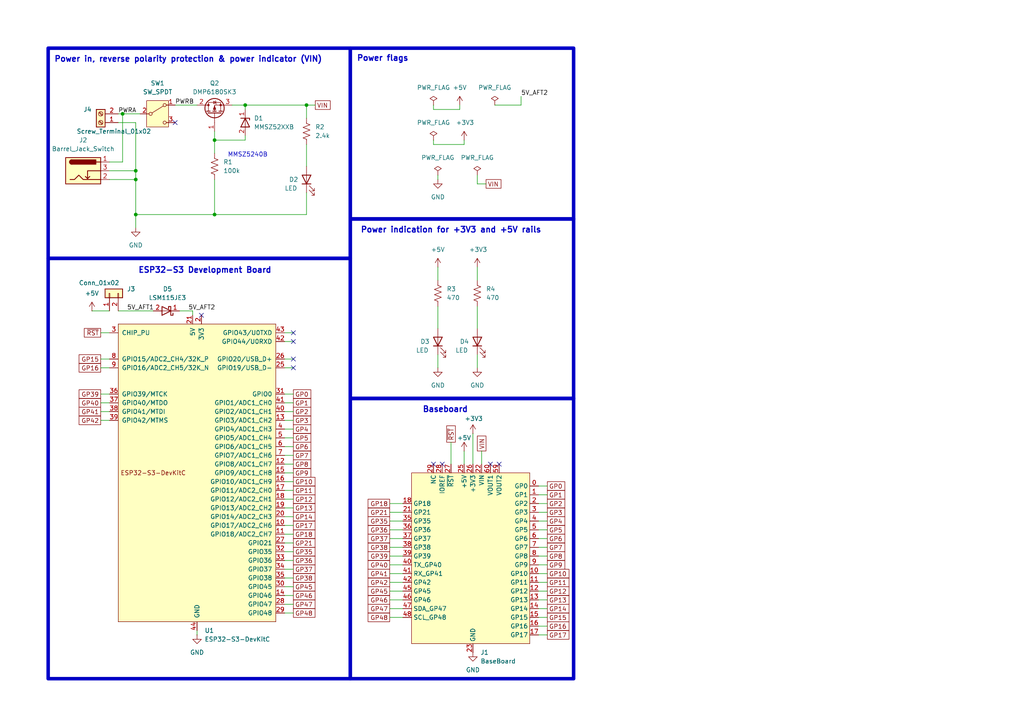
<source format=kicad_sch>
(kicad_sch (version 20231120) (generator "eeschema") (generator_version "8.0")
  (paper "A4")
  (lib_symbols
    (symbol "Connector:Barrel_Jack_Switch" (pin_names hide)
      (property "Reference" "J" (at 0 5.334 0))
      (property "Value" "Barrel_Jack_Switch" (at 0 -5.08 0))
      (symbol "Barrel_Jack_Switch_0_1"
        (rectangle (start -5.08 3.81) (end 5.08 -3.81) (stroke (width 0.254)) (fill (type background)))
        (arc (start -3.302 3.175) (mid -3.9343 2.54) (end -3.302 1.905) (stroke (width 0.254)))
        (arc (start -3.302 3.175) (mid -3.9343 2.54) (end -3.302 1.905) (stroke (width 0.254)) (fill (type outline)))
        (polyline (pts (xy 1.27 -2.286) (xy 1.905 -1.651)) (stroke (width 0.254)))
        (polyline (pts (xy 5.08 2.54) (xy 3.81 2.54)) (stroke (width 0.254)))
        (polyline (pts (xy 5.08 0) (xy 1.27 0) (xy 1.27 -2.286) (xy 0.635 -1.651)) (stroke (width 0.254)))
        (polyline (pts (xy -3.81 -2.54) (xy -2.54 -2.54) (xy -1.27 -1.27) (xy 0 -2.54) (xy 2.54 -2.54) (xy 5.08 -2.54)) (stroke (width 0.254)))
        (rectangle (start 3.683 3.175) (end -3.302 1.905) (stroke (width 0.254)) (fill (type outline)))
      )
      (symbol "Barrel_Jack_Switch_1_1"
        (pin passive line (at 7.62 2.54 180) (length 2.54) (name "~") (number "1"))
        (pin passive line (at 7.62 -2.54 180) (length 2.54) (name "~") (number "2"))
        (pin passive line (at 7.62 0 180) (length 2.54) (name "~") (number "3"))
      )
    )
    (symbol "Connector:Screw_Terminal_01x02" (pin_names (offset 1.016) hide)
      (property "Reference" "J" (at 0 2.54 0))
      (property "Value" "Screw_Terminal_01x02" (at 0 -5.08 0))
      (symbol "Screw_Terminal_01x02_1_1"
        (rectangle (start -1.27 1.27) (end 1.27 -3.81) (stroke (width 0.254)) (fill (type background)))
        (circle (center 0 -2.54) (radius 0.635) (stroke (width 0.1524)))
        (polyline (pts (xy -0.5334 -2.2098) (xy 0.3302 -3.048)) (stroke (width 0.1524)))
        (polyline (pts (xy -0.5334 0.3302) (xy 0.3302 -0.508)) (stroke (width 0.1524)))
        (polyline (pts (xy -0.3556 -2.032) (xy 0.508 -2.8702)) (stroke (width 0.1524)))
        (polyline (pts (xy -0.3556 0.508) (xy 0.508 -0.3302)) (stroke (width 0.1524)))
        (circle (center 0 0) (radius 0.635) (stroke (width 0.1524)))
        (pin passive line (at -5.08 0 0) (length 3.81) (name "Pin_1") (number "1"))
        (pin passive line (at -5.08 -2.54 0) (length 3.81) (name "Pin_2") (number "2"))
      )
    )
    (symbol "Connector_Generic:Conn_01x02" (pin_names (offset 1.016) hide)
      (property "Reference" "J" (at 0 2.54 0))
      (property "Value" "Conn_01x02" (at 0 -5.08 0))
      (symbol "Conn_01x02_1_1"
        (rectangle (start -1.27 -2.413) (end 0 -2.667) (stroke (width 0.1524)))
        (rectangle (start -1.27 0.127) (end 0 -0.127) (stroke (width 0.1524)))
        (rectangle (start -1.27 1.27) (end 1.27 -3.81) (stroke (width 0.254)) (fill (type background)))
        (pin passive line (at -5.08 0 0) (length 3.81) (name "Pin_1") (number "1"))
        (pin passive line (at -5.08 -2.54 0) (length 3.81) (name "Pin_2") (number "2"))
      )
    )
    (symbol "Device:LED" (pin_numbers hide) (pin_names (offset 1.016) hide)
      (property "Reference" "D" (at 0 2.54 0))
      (property "Value" "LED" (at 0 -2.54 0))
      (symbol "LED_0_1"
        (polyline (pts (xy -1.27 -1.27) (xy -1.27 1.27)) (stroke (width 0.254)))
        (polyline (pts (xy -1.27 0) (xy 1.27 0)))
        (polyline (pts (xy 1.27 -1.27) (xy 1.27 1.27) (xy -1.27 0) (xy 1.27 -1.27)) (stroke (width 0.254)))
        (polyline (pts (xy -3.048 -0.762) (xy -4.572 -2.286) (xy -3.81 -2.286) (xy -4.572 -2.286) (xy -4.572 -1.524)))
        (polyline (pts (xy -1.778 -0.762) (xy -3.302 -2.286) (xy -2.54 -2.286) (xy -3.302 -2.286) (xy -3.302 -1.524)))
      )
      (symbol "LED_1_1"
        (pin passive line (at -3.81 0 0) (length 2.54) (name "K") (number "1"))
        (pin passive line (at 3.81 0 180) (length 2.54) (name "A") (number "2"))
      )
    )
    (symbol "Device:R_US" (pin_numbers hide) (pin_names (offset 0))
      (property "Reference" "R" (at 2.54 0 90))
      (property "Value" "R_US" (at -2.54 0 90))
      (symbol "R_US_0_1"
        (polyline (pts (xy 0 -2.286) (xy 0 -2.54)))
        (polyline (pts (xy 0 2.286) (xy 0 2.54)))
        (polyline (pts (xy 0 -0.762) (xy 1.016 -1.143) (xy 0 -1.524) (xy -1.016 -1.905) (xy 0 -2.286)))
        (polyline (pts (xy 0 0.762) (xy 1.016 0.381) (xy 0 0) (xy -1.016 -0.381) (xy 0 -0.762)))
        (polyline (pts (xy 0 2.286) (xy 1.016 1.905) (xy 0 1.524) (xy -1.016 1.143) (xy 0 0.762)))
      )
      (symbol "R_US_1_1"
        (pin passive line (at 0 3.81 270) (length 1.27) (name "~") (number "1"))
        (pin passive line (at 0 -3.81 90) (length 1.27) (name "~") (number "2"))
      )
    )
    (symbol "Switch:SW_SPDT" (pin_names (offset 0) hide)
      (property "Reference" "SW" (at 0 5.08 0))
      (property "Value" "SW_SPDT" (at 0 -5.08 0))
      (symbol "SW_SPDT_0_1"
        (circle (center -2.032 0) (radius 0.4572))
        (polyline (pts (xy -1.651 0.254) (xy 1.651 2.286)))
        (circle (center 2.032 -2.54) (radius 0.4572))
        (circle (center 2.032 2.54) (radius 0.4572))
      )
      (symbol "SW_SPDT_1_1"
        (rectangle (start -3.175 3.81) (end 3.175 -3.81) (fill (type background)))
        (pin passive line (at 5.08 2.54 180) (length 2.54) (name "A") (number "1"))
        (pin passive line (at -5.08 0 0) (length 2.54) (name "B") (number "2"))
        (pin passive line (at 5.08 -2.54 180) (length 2.54) (name "C") (number "3"))
      )
    )
    (symbol "myparts:BaseBoard"
      (property "Reference" "J" (at -19.304 -42.926 0))
      (property "Value" "BaseBoard" (at -26.67 12.954 0))
      (symbol "BaseBoard_1_1"
        (rectangle (start -20.32 8.89) (end 13.97 -40.64) (fill (type background)))
        (pin bidirectional line (at 16.51 5.08 180) (length 2.54) (name "GP0") (number "0"))
        (pin bidirectional line (at 16.51 2.54 180) (length 2.54) (name "GP1") (number "1"))
        (pin bidirectional line (at 16.51 -20.32 180) (length 2.54) (name "GP10") (number "10"))
        (pin bidirectional line (at 16.51 -22.86 180) (length 2.54) (name "GP11") (number "11"))
        (pin bidirectional line (at 16.51 -25.4 180) (length 2.54) (name "GP12") (number "12"))
        (pin bidirectional line (at 16.51 -27.94 180) (length 2.54) (name "GP13") (number "13"))
        (pin bidirectional line (at 16.51 -30.48 180) (length 2.54) (name "GP14") (number "14"))
        (pin bidirectional line (at 16.51 -33.02 180) (length 2.54) (name "GP15") (number "15"))
        (pin bidirectional line (at 16.51 -35.56 180) (length 2.54) (name "GP16") (number "16"))
        (pin bidirectional line (at 16.51 -38.1 180) (length 2.54) (name "GP17") (number "17"))
        (pin bidirectional line (at -22.86 0 0) (length 2.54) (name "GP18") (number "18"))
        (pin bidirectional line (at 16.51 0 180) (length 2.54) (name "GP2") (number "2"))
        (pin bidirectional line (at -22.86 -2.54 0) (length 2.54) (name "GP21") (number "21"))
        (pin power_in line (at 0 11.43 270) (length 2.54) (name "VIN") (number "22"))
        (pin power_in line (at -2.54 -43.18 90) (length 2.54) (name "GND") (number "23"))
        (pin power_in line (at -2.54 -43.18 90) (length 2.54) hide (name "GND") (number "24"))
        (pin power_in line (at -5.08 11.43 270) (length 2.54) (name "+5V") (number "25"))
        (pin power_in line (at -2.54 11.43 270) (length 2.54) (name "+3V3") (number "26"))
        (pin bidirectional line (at -8.89 11.43 270) (length 2.54) (name "~{RST}") (number "27"))
        (pin bidirectional line (at -11.43 11.43 270) (length 2.54) (name "IOREF") (number "28"))
        (pin bidirectional line (at -13.97 11.43 270) (length 2.54) (name "NC") (number "29"))
        (pin bidirectional line (at 16.51 -2.54 180) (length 2.54) (name "GP3") (number "3"))
        (pin power_in line (at -2.54 -43.18 90) (length 2.54) hide (name "GND") (number "30"))
        (pin power_in line (at -2.54 11.43 270) (length 2.54) hide (name "+3V3") (number "32"))
        (pin bidirectional line (at -22.86 -5.08 0) (length 2.54) (name "GP35") (number "35"))
        (pin bidirectional line (at -22.86 -7.62 0) (length 2.54) (name "GP36") (number "36"))
        (pin bidirectional line (at -22.86 -10.16 0) (length 2.54) (name "GP37") (number "37"))
        (pin bidirectional line (at -22.86 -12.7 0) (length 2.54) (name "GP38") (number "38"))
        (pin bidirectional line (at -22.86 -15.24 0) (length 2.54) (name "GP39") (number "39"))
        (pin bidirectional line (at 16.51 -5.08 180) (length 2.54) (name "GP4") (number "4"))
        (pin bidirectional line (at -22.86 -17.78 0) (length 2.54) (name "TX_GP40") (number "40"))
        (pin bidirectional line (at -22.86 -20.32 0) (length 2.54) (name "RX_GP41") (number "41"))
        (pin bidirectional line (at -22.86 -22.86 0) (length 2.54) (name "GP42") (number "42"))
        (pin bidirectional line (at -22.86 -25.4 0) (length 2.54) (name "GP45") (number "45"))
        (pin bidirectional line (at -22.86 -27.94 0) (length 2.54) (name "GP46") (number "46"))
        (pin bidirectional line (at -22.86 -30.48 0) (length 2.54) (name "SDA_GP47") (number "47"))
        (pin bidirectional line (at -22.86 -33.02 0) (length 2.54) (name "SCL_GP48") (number "48"))
        (pin bidirectional line (at 16.51 -7.62 180) (length 2.54) (name "GP5") (number "5"))
        (pin power_in line (at 0 11.43 270) (length 2.54) hide (name "VIN") (number "53"))
        (pin power_in line (at 0 11.43 270) (length 2.54) hide (name "VIN") (number "54"))
        (pin power_in line (at -2.54 -43.18 90) (length 2.54) hide (name "GND") (number "55"))
        (pin power_in line (at -2.54 -43.18 90) (length 2.54) hide (name "GND") (number "56"))
        (pin power_in line (at -2.54 -43.18 90) (length 2.54) hide (name "GND") (number "57"))
        (pin power_in line (at -2.54 -43.18 90) (length 2.54) hide (name "GND") (number "58"))
        (pin power_in line (at 5.08 11.43 270) (length 2.54) (name "VOUT2") (number "59"))
        (pin bidirectional line (at 16.51 -10.16 180) (length 2.54) (name "GP6") (number "6"))
        (pin power_in line (at 2.54 11.43 270) (length 2.54) (name "VOUT1") (number "60"))
        (pin power_in line (at -5.08 11.43 270) (length 2.54) hide (name "+5V") (number "61"))
        (pin power_in line (at -2.54 11.43 270) (length 2.54) hide (name "+3V3") (number "62"))
        (pin bidirectional line (at 16.51 -12.7 180) (length 2.54) (name "GP7") (number "7"))
        (pin bidirectional line (at 16.51 -15.24 180) (length 2.54) (name "GP8") (number "8"))
        (pin bidirectional line (at 16.51 -17.78 180) (length 2.54) (name "GP9") (number "9"))
      )
    )
    (symbol "myparts:DMP6180SK3" (pin_names hide)
      (property "Reference" "Q" (at -6.35 3.81 0))
      (property "Value" "DMP6180SK3" (at -8.89 -5.08 0))
      (symbol "DMP6180SK3_0_1"
        (circle (center -0.889 0) (radius 2.794) (stroke (width 0.254)))
        (circle (center 0 -1.778) (radius 0.254) (fill (type outline)))
        (polyline (pts (xy -2.286 0) (xy -5.08 0)))
        (polyline (pts (xy -2.286 1.905) (xy -2.286 -1.905)) (stroke (width 0.254)))
        (polyline (pts (xy -1.778 -1.27) (xy -1.778 -2.286)) (stroke (width 0.254)))
        (polyline (pts (xy -1.778 0.508) (xy -1.778 -0.508)) (stroke (width 0.254)))
        (polyline (pts (xy -1.778 2.286) (xy -1.778 1.27)) (stroke (width 0.254)))
        (polyline (pts (xy 0 2.54) (xy 0 1.778)))
        (polyline (pts (xy 0 -2.54) (xy 0 0) (xy -1.778 0)))
        (polyline (pts (xy -1.778 1.778) (xy 0.762 1.778) (xy 0.762 -1.778) (xy -1.778 -1.778)))
        (polyline (pts (xy -0.254 0) (xy -1.27 0.381) (xy -1.27 -0.381) (xy -0.254 0)) (fill (type outline)))
        (polyline (pts (xy 0.254 -0.508) (xy 0.381 -0.381) (xy 1.143 -0.381) (xy 1.27 -0.254)))
        (polyline (pts (xy 0.762 -0.381) (xy 0.381 0.254) (xy 1.143 0.254) (xy 0.762 -0.381)))
        (circle (center 0 1.778) (radius 0.254) (fill (type outline)))
      )
      (symbol "DMP6180SK3_1_1"
        (pin input line (at -7.62 0 0) (length 2.54) (name "G") (number "1"))
        (pin passive line (at 0 5.08 270) (length 2.54) (name "D") (number "2"))
        (pin passive line (at 0 -5.08 90) (length 2.54) (name "S") (number "3"))
      )
    )
    (symbol "myparts:ESP32-S3-DevKitC" (pin_names (offset 1.016))
      (property "Reference" "U" (at -22.86 48.26 0))
      (property "Value" "ESP32-S3-DevKitC" (at -22.86 45.72 0))
      (symbol "ESP32-S3-DevKitC_0_0"
        (text "ESP32-S3-DevKitC" (at -12.7 0 0) (effects (font (size 1.27 1.27))))
        (pin bidirectional line (at 25.4 -35.56 180) (length 2.54) (name "GPIO46") (number "14"))
        (pin bidirectional line (at 25.4 -10.16 180) (length 2.54) (name "GPIO13/ADC2_CH2") (number "19"))
        (pin bidirectional line (at -25.4 15.24 0) (length 2.54) (name "GPIO42/MTMS") (number "39"))
        (pin bidirectional line (at 25.4 17.78 180) (length 2.54) (name "GPIO2/ADC1_CH1") (number "40"))
        (pin bidirectional line (at 25.4 20.32 180) (length 2.54) (name "GPIO1/ADC1_CH0") (number "41"))
        (pin bidirectional line (at 25.4 38.1 180) (length 2.54) (name "GPIO44/U0RXD") (number "42"))
        (pin bidirectional line (at 25.4 40.64 180) (length 2.54) (name "GPIO43/U0TXD") (number "43"))
        (pin power_in line (at 0 -45.72 90) (length 2.54) (name "GND") (number "44"))
      )
      (symbol "ESP32-S3-DevKitC_0_1"
        (rectangle (start -22.86 43.18) (end 22.86 -43.18) (fill (type background)))
        (pin power_in line (at 1.27 45.72 270) (length 2.54) (name "3V3") (number "2"))
      )
      (symbol "ESP32-S3-DevKitC_1_1"
        (pin passive line (at 1.27 45.72 270) (length 2.54) hide (name "3V3") (number "1"))
        (pin bidirectional line (at 25.4 -15.24 180) (length 2.54) (name "GPIO17/ADC2_CH6") (number "10"))
        (pin bidirectional line (at 25.4 -17.78 180) (length 2.54) (name "GPIO18/ADC2_CH7") (number "11"))
        (pin bidirectional line (at 25.4 2.54 180) (length 2.54) (name "GPIO8/ADC1_CH7") (number "12"))
        (pin bidirectional line (at 25.4 15.24 180) (length 2.54) (name "GPIO3/ADC1_CH2") (number "13"))
        (pin bidirectional line (at 25.4 0 180) (length 2.54) (name "GPIO9/ADC1_CH8") (number "15"))
        (pin bidirectional line (at 25.4 -2.54 180) (length 2.54) (name "GPIO10/ADC1_CH9") (number "16"))
        (pin bidirectional line (at 25.4 -5.08 180) (length 2.54) (name "GPIO11/ADC2_CH0") (number "17"))
        (pin bidirectional line (at 25.4 -7.62 180) (length 2.54) (name "GPIO12/ADC2_CH1") (number "18"))
        (pin bidirectional line (at 25.4 -12.7 180) (length 2.54) (name "GPIO14/ADC2_CH3") (number "20"))
        (pin power_in line (at -1.27 45.72 270) (length 2.54) (name "5V") (number "21"))
        (pin passive line (at 0 -45.72 90) (length 2.54) hide (name "GND") (number "22"))
        (pin passive line (at 0 -45.72 90) (length 2.54) hide (name "GND") (number "23"))
        (pin passive line (at 0 -45.72 90) (length 2.54) hide (name "GND") (number "24"))
        (pin bidirectional line (at 25.4 30.48 180) (length 2.54) (name "GPIO19/USB_D-") (number "25"))
        (pin bidirectional line (at 25.4 33.02 180) (length 2.54) (name "GPIO20/USB_D+") (number "26"))
        (pin bidirectional line (at 25.4 -20.32 180) (length 2.54) (name "GPIO21") (number "27"))
        (pin bidirectional line (at 25.4 -38.1 180) (length 2.54) (name "GPIO47") (number "28"))
        (pin bidirectional line (at 25.4 -40.64 180) (length 2.54) (name "GPIO48") (number "29"))
        (pin input line (at -25.4 40.64 0) (length 2.54) (name "CHIP_PU") (number "3"))
        (pin bidirectional line (at 25.4 -33.02 180) (length 2.54) (name "GPIO45") (number "30"))
        (pin bidirectional line (at 25.4 22.86 180) (length 2.54) (name "GPIO0") (number "31"))
        (pin bidirectional line (at 25.4 -22.86 180) (length 2.54) (name "GPIO35") (number "32"))
        (pin bidirectional line (at 25.4 -25.4 180) (length 2.54) (name "GPIO36") (number "33"))
        (pin bidirectional line (at 25.4 -27.94 180) (length 2.54) (name "GPIO37") (number "34"))
        (pin bidirectional line (at 25.4 -30.48 180) (length 2.54) (name "GPIO38") (number "35"))
        (pin bidirectional line (at -25.4 22.86 0) (length 2.54) (name "GPIO39/MTCK") (number "36"))
        (pin bidirectional line (at -25.4 20.32 0) (length 2.54) (name "GPIO40/MTDO") (number "37"))
        (pin bidirectional line (at -25.4 17.78 0) (length 2.54) (name "GPIO41/MTDI") (number "38"))
        (pin bidirectional line (at 25.4 12.7 180) (length 2.54) (name "GPIO4/ADC1_CH3") (number "4"))
        (pin bidirectional line (at 25.4 10.16 180) (length 2.54) (name "GPIO5/ADC1_CH4") (number "5"))
        (pin bidirectional line (at 25.4 7.62 180) (length 2.54) (name "GPIO6/ADC1_CH5") (number "6"))
        (pin bidirectional line (at 25.4 5.08 180) (length 2.54) (name "GPIO7/ADC1_CH6") (number "7"))
        (pin bidirectional line (at -25.4 33.02 0) (length 2.54) (name "GPIO15/ADC2_CH4/32K_P") (number "8"))
        (pin bidirectional line (at -25.4 30.48 0) (length 2.54) (name "GPIO16/ADC2_CH5/32K_N") (number "9"))
      )
    )
    (symbol "myparts:LSM115JE3" (pin_names hide)
      (property "Reference" "D" (at -1.27 2.794 0))
      (property "Value" "LSM115JE3" (at 0 0 0))
      (symbol "LSM115JE3_0_1"
        (polyline (pts (xy 1.27 0) (xy -1.27 0)))
        (polyline (pts (xy 1.27 1.27) (xy 1.27 -1.27) (xy -1.27 0) (xy 1.27 1.27)) (stroke (width 0.254)))
        (polyline (pts (xy -1.905 0.635) (xy -1.905 1.27) (xy -1.27 1.27) (xy -1.27 -1.27) (xy -0.635 -1.27) (xy -0.635 -0.635)) (stroke (width 0.254)))
      )
      (symbol "LSM115JE3_1_1"
        (pin passive line (at -3.81 0 0) (length 2.54) (name "K") (number "1"))
        (pin passive line (at 3.81 0 180) (length 2.54) (name "A") (number "2"))
      )
    )
    (symbol "myparts:MMSZ52XXB" (pin_names hide)
      (property "Reference" "D" (at -7.62 -2.54 0))
      (property "Value" "MMSZ52XXB" (at -2.54 3.81 0))
      (symbol "MMSZ52XXB_0_1"
        (polyline (pts (xy 2.54 0) (xy 0 0)))
        (polyline (pts (xy 0 -1.27) (xy 0 1.27) (xy 0.508 1.27)) (stroke (width 0.254)))
        (polyline (pts (xy 2.54 -1.27) (xy 2.54 1.27) (xy 0 0) (xy 2.54 -1.27)) (stroke (width 0.254)))
      )
      (symbol "MMSZ52XXB_1_1"
        (pin passive line (at -2.54 0 0) (length 2.54) (name "K") (number "1"))
        (pin passive line (at 5.08 0 180) (length 2.54) (name "A") (number "2"))
      )
    )
    (symbol "power:+3V3" (power) (pin_numbers hide) (pin_names (offset 0) hide)
      (property "Value" "+3V3" (at 0 3.556 0))
      (symbol "+3V3_0_1"
        (polyline (pts (xy -0.762 1.27) (xy 0 2.54)))
        (polyline (pts (xy 0 0) (xy 0 2.54)))
        (polyline (pts (xy 0 2.54) (xy 0.762 1.27)))
      )
      (symbol "+3V3_1_1"
        (pin power_in line (at 0 0 90) (length 0) (name "~") (number "1"))
      )
    )
    (symbol "power:+5V" (power) (pin_numbers hide) (pin_names (offset 0) hide)
      (property "Value" "+5V" (at 0 3.556 0))
      (symbol "+5V_0_1"
        (polyline (pts (xy -0.762 1.27) (xy 0 2.54)))
        (polyline (pts (xy 0 0) (xy 0 2.54)))
        (polyline (pts (xy 0 2.54) (xy 0.762 1.27)))
      )
      (symbol "+5V_1_1"
        (pin power_in line (at 0 0 90) (length 0) (name "~") (number "1"))
      )
    )
    (symbol "power:GND" (power) (pin_numbers hide) (pin_names (offset 0) hide)
      (property "Value" "GND" (at 0 -3.81 0))
      (symbol "GND_0_1"
        (polyline (pts (xy 0 0) (xy 0 -1.27) (xy 1.27 -1.27) (xy 0 -2.54) (xy -1.27 -1.27) (xy 0 -1.27)))
      )
      (symbol "GND_1_1"
        (pin power_in line (at 0 0 270) (length 0) (name "~") (number "1"))
      )
    )
    (symbol "power:PWR_FLAG" (power) (pin_numbers hide) (pin_names (offset 0) hide)
      (property "Value" "PWR_FLAG" (at 0 3.81 0))
      (symbol "PWR_FLAG_0_0"
        (pin power_out line (at 0 0 90) (length 0) (name "~") (number "1"))
      )
      (symbol "PWR_FLAG_0_1"
        (polyline (pts (xy 0 0) (xy 0 1.27) (xy -1.016 1.905) (xy 0 2.54) (xy 1.016 1.905) (xy 0 1.27)))
      )
    )
  )
  (junction (at 62.23 40.64))
  (junction (at 88.9 30.48))
  (junction (at 39.37 62.23))
  (junction (at 39.37 49.53))
  (junction (at 71.12 30.48))
  (junction (at 35.56 33.02))
  (junction (at 39.37 52.07))
  (junction (at 62.23 62.23))
  (no_connect (at 85.09 106.68))
  (no_connect (at 85.09 104.14))
  (no_connect (at 85.09 99.06))
  (no_connect (at 85.09 96.52))
  (no_connect (at 128.27 134.62))
  (no_connect (at 50.8 35.56))
  (no_connect (at 144.78 134.62))
  (no_connect (at 142.24 134.62))
  (no_connect (at 58.42 91.44))
  (no_connect (at 125.73 134.62))
  (wire (pts (xy 62.23 40.64) (xy 62.23 44.45)))
  (wire (pts (xy 88.9 30.48) (xy 88.9 34.29)))
  (wire (pts (xy 125.73 40.64) (xy 125.73 41.91)))
  (wire (pts (xy 50.8 30.48) (xy 57.15 30.48)))
  (wire (pts (xy 156.21 179.07) (xy 158.75 179.07)))
  (wire (pts (xy 82.55 147.32) (xy 85.09 147.32)))
  (wire (pts (xy 156.21 158.75) (xy 158.75 158.75)))
  (wire (pts (xy 34.29 33.02) (xy 35.56 33.02)))
  (wire (pts (xy 34.29 35.56) (xy 39.37 35.56)))
  (wire (pts (xy 39.37 62.23) (xy 39.37 66.04)))
  (wire (pts (xy 143.51 30.48) (xy 151.13 30.48)))
  (wire (pts (xy 156.21 148.59) (xy 158.75 148.59)))
  (wire (pts (xy 29.21 96.52) (xy 31.75 96.52)))
  (wire (pts (xy 82.55 167.64) (xy 85.09 167.64)))
  (wire (pts (xy 82.55 177.8) (xy 85.09 177.8)))
  (wire (pts (xy 113.03 166.37) (xy 116.84 166.37)))
  (wire (pts (xy 82.55 142.24) (xy 85.09 142.24)))
  (wire (pts (xy 156.21 140.97) (xy 158.75 140.97)))
  (wire (pts (xy 82.55 124.46) (xy 85.09 124.46)))
  (wire (pts (xy 82.55 170.18) (xy 85.09 170.18)))
  (wire (pts (xy 133.35 30.48) (xy 133.35 31.75)))
  (wire (pts (xy 55.88 90.17) (xy 55.88 91.44)))
  (wire (pts (xy 62.23 62.23) (xy 88.9 62.23)))
  (wire (pts (xy 39.37 35.56) (xy 39.37 49.53)))
  (wire (pts (xy 82.55 114.3) (xy 85.09 114.3)))
  (wire (pts (xy 82.55 137.16) (xy 85.09 137.16)))
  (wire (pts (xy 127 88.9) (xy 127 95.25)))
  (wire (pts (xy 39.37 49.53) (xy 39.37 52.07)))
  (wire (pts (xy 156.21 171.45) (xy 158.75 171.45)))
  (wire (pts (xy 26.67 90.17) (xy 31.75 90.17)))
  (wire (pts (xy 29.21 121.92) (xy 31.75 121.92)))
  (wire (pts (xy 31.75 46.99) (xy 35.56 46.99)))
  (wire (pts (xy 82.55 104.14) (xy 85.09 104.14)))
  (wire (pts (xy 113.03 156.21) (xy 116.84 156.21)))
  (wire (pts (xy 82.55 116.84) (xy 85.09 116.84)))
  (wire (pts (xy 138.43 102.87) (xy 138.43 106.68)))
  (wire (pts (xy 29.21 106.68) (xy 31.75 106.68)))
  (wire (pts (xy 82.55 129.54) (xy 85.09 129.54)))
  (wire (pts (xy 82.55 160.02) (xy 85.09 160.02)))
  (wire (pts (xy 82.55 144.78) (xy 85.09 144.78)))
  (wire (pts (xy 134.62 130.81) (xy 134.62 134.62)))
  (wire (pts (xy 82.55 154.94) (xy 85.09 154.94)))
  (wire (pts (xy 138.43 77.47) (xy 138.43 81.28)))
  (wire (pts (xy 156.21 143.51) (xy 158.75 143.51)))
  (wire (pts (xy 125.73 30.48) (xy 125.73 31.75)))
  (wire (pts (xy 67.31 30.48) (xy 71.12 30.48)))
  (wire (pts (xy 29.21 119.38) (xy 31.75 119.38)))
  (wire (pts (xy 156.21 184.15) (xy 158.75 184.15)))
  (wire (pts (xy 82.55 175.26) (xy 85.09 175.26)))
  (wire (pts (xy 113.03 146.05) (xy 116.84 146.05)))
  (wire (pts (xy 125.73 41.91) (xy 134.62 41.91)))
  (wire (pts (xy 113.03 163.83) (xy 116.84 163.83)))
  (wire (pts (xy 156.21 146.05) (xy 158.75 146.05)))
  (wire (pts (xy 113.03 179.07) (xy 116.84 179.07)))
  (wire (pts (xy 31.75 52.07) (xy 39.37 52.07)))
  (wire (pts (xy 134.62 41.91) (xy 134.62 40.64)))
  (wire (pts (xy 156.21 156.21) (xy 158.75 156.21)))
  (wire (pts (xy 156.21 168.91) (xy 158.75 168.91)))
  (wire (pts (xy 156.21 176.53) (xy 158.75 176.53)))
  (wire (pts (xy 113.03 173.99) (xy 116.84 173.99)))
  (wire (pts (xy 82.55 99.06) (xy 85.09 99.06)))
  (wire (pts (xy 156.21 173.99) (xy 158.75 173.99)))
  (wire (pts (xy 156.21 153.67) (xy 158.75 153.67)))
  (wire (pts (xy 71.12 39.37) (xy 71.12 40.64)))
  (wire (pts (xy 156.21 163.83) (xy 158.75 163.83)))
  (wire (pts (xy 156.21 181.61) (xy 158.75 181.61)))
  (wire (pts (xy 82.55 106.68) (xy 85.09 106.68)))
  (wire (pts (xy 82.55 132.08) (xy 85.09 132.08)))
  (wire (pts (xy 57.15 182.88) (xy 57.15 184.15)))
  (wire (pts (xy 29.21 114.3) (xy 31.75 114.3)))
  (wire (pts (xy 156.21 151.13) (xy 158.75 151.13)))
  (wire (pts (xy 29.21 116.84) (xy 31.75 116.84)))
  (wire (pts (xy 139.7 130.81) (xy 139.7 134.62)))
  (wire (pts (xy 88.9 41.91) (xy 88.9 48.26)))
  (wire (pts (xy 133.35 31.75) (xy 125.73 31.75)))
  (wire (pts (xy 82.55 139.7) (xy 85.09 139.7)))
  (wire (pts (xy 82.55 165.1) (xy 85.09 165.1)))
  (wire (pts (xy 71.12 30.48) (xy 71.12 31.75)))
  (wire (pts (xy 62.23 52.07) (xy 62.23 62.23)))
  (wire (pts (xy 138.43 88.9) (xy 138.43 95.25)))
  (wire (pts (xy 113.03 171.45) (xy 116.84 171.45)))
  (wire (pts (xy 52.07 90.17) (xy 55.88 90.17)))
  (wire (pts (xy 35.56 46.99) (xy 35.56 33.02)))
  (wire (pts (xy 82.55 162.56) (xy 85.09 162.56)))
  (wire (pts (xy 130.81 128.27) (xy 130.81 134.62)))
  (wire (pts (xy 39.37 52.07) (xy 39.37 62.23)))
  (wire (pts (xy 127 50.8) (xy 127 52.07)))
  (wire (pts (xy 39.37 62.23) (xy 62.23 62.23)))
  (wire (pts (xy 127 102.87) (xy 127 106.68)))
  (wire (pts (xy 156.21 166.37) (xy 158.75 166.37)))
  (wire (pts (xy 71.12 40.64) (xy 62.23 40.64)))
  (wire (pts (xy 82.55 134.62) (xy 85.09 134.62)))
  (wire (pts (xy 82.55 96.52) (xy 85.09 96.52)))
  (wire (pts (xy 113.03 151.13) (xy 116.84 151.13)))
  (wire (pts (xy 82.55 172.72) (xy 85.09 172.72)))
  (wire (pts (xy 113.03 158.75) (xy 116.84 158.75)))
  (wire (pts (xy 156.21 161.29) (xy 158.75 161.29)))
  (wire (pts (xy 34.29 90.17) (xy 44.45 90.17)))
  (wire (pts (xy 113.03 176.53) (xy 116.84 176.53)))
  (wire (pts (xy 82.55 119.38) (xy 85.09 119.38)))
  (wire (pts (xy 31.75 49.53) (xy 39.37 49.53)))
  (wire (pts (xy 82.55 152.4) (xy 85.09 152.4)))
  (wire (pts (xy 113.03 161.29) (xy 116.84 161.29)))
  (wire (pts (xy 62.23 40.64) (xy 62.23 38.1)))
  (wire (pts (xy 151.13 27.94) (xy 151.13 30.48)))
  (wire (pts (xy 82.55 127) (xy 85.09 127)))
  (wire (pts (xy 137.16 125.73) (xy 137.16 134.62)))
  (wire (pts (xy 88.9 55.88) (xy 88.9 62.23)))
  (wire (pts (xy 140.97 53.34) (xy 138.43 53.34)))
  (wire (pts (xy 113.03 153.67) (xy 116.84 153.67)))
  (wire (pts (xy 29.21 104.14) (xy 31.75 104.14)))
  (wire (pts (xy 71.12 30.48) (xy 88.9 30.48)))
  (wire (pts (xy 82.55 149.86) (xy 85.09 149.86)))
  (wire (pts (xy 127 77.47) (xy 127 81.28)))
  (wire (pts (xy 82.55 121.92) (xy 85.09 121.92)))
  (wire (pts (xy 88.9 30.48) (xy 91.44 30.48)))
  (wire (pts (xy 113.03 168.91) (xy 116.84 168.91)))
  (wire (pts (xy 35.56 33.02) (xy 40.64 33.02)))
  (wire (pts (xy 113.03 148.59) (xy 116.84 148.59)))
  (wire (pts (xy 82.55 157.48) (xy 85.09 157.48)))
  (wire (pts (xy 138.43 50.8) (xy 138.43 53.34)))
  (rectangle (start 13.97 13.97) (end 101.6 74.93) (stroke (width 1.016)))
  (rectangle (start 101.6 63.5) (end 166.37 115.57) (stroke (width 1.016)))
  (rectangle (start 101.6 13.97) (end 166.37 63.5) (stroke (width 1.016)))
  (rectangle (start 13.97 74.93) (end 101.6 196.85) (stroke (width 1.016)))
  (rectangle (start 101.6 115.57) (end 166.37 196.85) (stroke (width 1.016)))
  (text "ESP32-S3 Development Board" (at 59.436 78.486 0) (effects (font (size 1.651 1.651) (thickness 0.3302) (bold yes))))
  (text "MMSZ5240B" (at 66.04 45.72 0) (effects (font (size 1.27 1.27)) (justify left bottom)))
  (text "Power flags" (at 110.998 17.018 0) (effects (font (size 1.651 1.651) (thickness 0.3302) (bold yes))))
  (text "Power in, reverse polarity protection & power indicator (VIN)" (at 54.61 17.272 0) (effects (font (size 1.651 1.651) (thickness 0.3302) (bold yes))))
  (text "Baseboard " (at 129.794 118.872 0) (effects (font (size 1.651 1.651) (thickness 0.3302) (bold yes))))
  (text "Power indication for +3V3 and +5V rails" (at 130.81 66.802 0) (effects (font (size 1.651 1.651) (thickness 0.3302) (bold yes))))
  (label "5V_AFT1" (at 36.83 90.17 0))
  (label "5V_AFT2" (at 54.61 90.17 0))
  (label "PWRB" (at 50.8 30.48 0))
  (label "PWRA" (at 34.29 33.02 0))
  (label "5V_AFT2" (at 151.13 27.94 0))
  (global_label "GP3" (shape passive) (at 85.09 121.92 0) (property "Intersheetrefs" "${INTERSHEET_REFS}" (effects (hide yes))))
  (global_label "GP40" (shape passive) (at 113.03 163.83 180) (property "Intersheetrefs" "${INTERSHEET_REFS}" (effects (hide yes))))
  (global_label "GP4" (shape passive) (at 158.75 151.13 0) (property "Intersheetrefs" "${INTERSHEET_REFS}" (effects (hide yes))))
  (global_label "GP39" (shape passive) (at 29.21 114.3 180) (property "Intersheetrefs" "${INTERSHEET_REFS}" (effects (hide yes))))
  (global_label "VIN" (shape passive) (at 140.97 53.34 0) (property "Intersheetrefs" "${INTERSHEET_REFS}" (effects (hide yes))))
  (global_label "GP0" (shape passive) (at 85.09 114.3 0) (property "Intersheetrefs" "${INTERSHEET_REFS}" (effects (hide yes))))
  (global_label "GP14" (shape passive) (at 85.09 149.86 0) (property "Intersheetrefs" "${INTERSHEET_REFS}" (effects (hide yes))))
  (global_label "GP8" (shape passive) (at 85.09 134.62 0) (property "Intersheetrefs" "${INTERSHEET_REFS}" (effects (hide yes))))
  (global_label "GP11" (shape passive) (at 158.75 168.91 0) (property "Intersheetrefs" "${INTERSHEET_REFS}" (effects (hide yes))))
  (global_label "GP40" (shape passive) (at 29.21 116.84 180) (property "Intersheetrefs" "${INTERSHEET_REFS}" (effects (hide yes))))
  (global_label "GP2" (shape passive) (at 85.09 119.38 0) (property "Intersheetrefs" "${INTERSHEET_REFS}" (effects (hide yes))))
  (global_label "GP47" (shape passive) (at 85.09 175.26 0) (property "Intersheetrefs" "${INTERSHEET_REFS}" (effects (hide yes))))
  (global_label "GP13" (shape passive) (at 85.09 147.32 0) (property "Intersheetrefs" "${INTERSHEET_REFS}" (effects (hide yes))))
  (global_label "GP46" (shape passive) (at 113.03 173.99 180) (property "Intersheetrefs" "${INTERSHEET_REFS}" (effects (hide yes))))
  (global_label "GP45" (shape passive) (at 113.03 171.45 180) (property "Intersheetrefs" "${INTERSHEET_REFS}" (effects (hide yes))))
  (global_label "GP35" (shape passive) (at 85.09 160.02 0) (property "Intersheetrefs" "${INTERSHEET_REFS}" (effects (hide yes))))
  (global_label "GP48" (shape passive) (at 85.09 177.8 0) (property "Intersheetrefs" "${INTERSHEET_REFS}" (effects (hide yes))))
  (global_label "GP17" (shape passive) (at 158.75 184.15 0) (property "Intersheetrefs" "${INTERSHEET_REFS}" (effects (hide yes))))
  (global_label "GP16" (shape passive) (at 29.21 106.68 180) (property "Intersheetrefs" "${INTERSHEET_REFS}" (effects (hide yes))))
  (global_label "GP14" (shape passive) (at 158.75 176.53 0) (property "Intersheetrefs" "${INTERSHEET_REFS}" (effects (hide yes))))
  (global_label "GP2" (shape passive) (at 158.75 146.05 0) (property "Intersheetrefs" "${INTERSHEET_REFS}" (effects (hide yes))))
  (global_label "GP10" (shape passive) (at 85.09 139.7 0) (property "Intersheetrefs" "${INTERSHEET_REFS}" (effects (hide yes))))
  (global_label "GP1" (shape passive) (at 85.09 116.84 0) (property "Intersheetrefs" "${INTERSHEET_REFS}" (effects (hide yes))))
  (global_label "VIN" (shape passive) (at 139.7 130.81 90) (property "Intersheetrefs" "${INTERSHEET_REFS}" (effects (hide yes))))
  (global_label "GP39" (shape passive) (at 113.03 161.29 180) (property "Intersheetrefs" "${INTERSHEET_REFS}" (effects (hide yes))))
  (global_label "GP9" (shape passive) (at 85.09 137.16 0) (property "Intersheetrefs" "${INTERSHEET_REFS}" (effects (hide yes))))
  (global_label "GP38" (shape passive) (at 85.09 167.64 0) (property "Intersheetrefs" "${INTERSHEET_REFS}" (effects (hide yes))))
  (global_label "GP48" (shape passive) (at 113.03 179.07 180) (property "Intersheetrefs" "${INTERSHEET_REFS}" (effects (hide yes))))
  (global_label "GP5" (shape passive) (at 158.75 153.67 0) (property "Intersheetrefs" "${INTERSHEET_REFS}" (effects (hide yes))))
  (global_label "GP18" (shape passive) (at 85.09 154.94 0) (property "Intersheetrefs" "${INTERSHEET_REFS}" (effects (hide yes))))
  (global_label "GP38" (shape passive) (at 113.03 158.75 180) (property "Intersheetrefs" "${INTERSHEET_REFS}" (effects (hide yes))))
  (global_label "GP16" (shape passive) (at 158.75 181.61 0) (property "Intersheetrefs" "${INTERSHEET_REFS}" (effects (hide yes))))
  (global_label "GP15" (shape passive) (at 158.75 179.07 0) (property "Intersheetrefs" "${INTERSHEET_REFS}" (effects (hide yes))))
  (global_label "GP13" (shape passive) (at 158.75 173.99 0) (property "Intersheetrefs" "${INTERSHEET_REFS}" (effects (hide yes))))
  (global_label "~{RST}" (shape passive) (at 29.21 96.52 180) (property "Intersheetrefs" "${INTERSHEET_REFS}" (effects (hide yes))))
  (global_label "GP6" (shape passive) (at 158.75 156.21 0) (property "Intersheetrefs" "${INTERSHEET_REFS}" (effects (hide yes))))
  (global_label "GP41" (shape passive) (at 113.03 166.37 180) (property "Intersheetrefs" "${INTERSHEET_REFS}" (effects (hide yes))))
  (global_label "GP7" (shape passive) (at 158.75 158.75 0) (property "Intersheetrefs" "${INTERSHEET_REFS}" (effects (hide yes))))
  (global_label "GP4" (shape passive) (at 85.09 124.46 0) (property "Intersheetrefs" "${INTERSHEET_REFS}" (effects (hide yes))))
  (global_label "GP35" (shape passive) (at 113.03 151.13 180) (property "Intersheetrefs" "${INTERSHEET_REFS}" (effects (hide yes))))
  (global_label "VIN" (shape passive) (at 91.44 30.48 0) (property "Intersheetrefs" "${INTERSHEET_REFS}" (effects (hide yes))))
  (global_label "GP0" (shape passive) (at 158.75 140.97 0) (property "Intersheetrefs" "${INTERSHEET_REFS}" (effects (hide yes))))
  (global_label "GP46" (shape passive) (at 85.09 172.72 0) (property "Intersheetrefs" "${INTERSHEET_REFS}" (effects (hide yes))))
  (global_label "~{RST}" (shape passive) (at 130.81 128.27 90) (property "Intersheetrefs" "${INTERSHEET_REFS}" (effects (hide yes))))
  (global_label "GP17" (shape passive) (at 85.09 152.4 0) (property "Intersheetrefs" "${INTERSHEET_REFS}" (effects (hide yes))))
  (global_label "GP47" (shape passive) (at 113.03 176.53 180) (property "Intersheetrefs" "${INTERSHEET_REFS}" (effects (hide yes))))
  (global_label "GP45" (shape passive) (at 85.09 170.18 0) (property "Intersheetrefs" "${INTERSHEET_REFS}" (effects (hide yes))))
  (global_label "GP12" (shape passive) (at 85.09 144.78 0) (property "Intersheetrefs" "${INTERSHEET_REFS}" (effects (hide yes))))
  (global_label "GP42" (shape passive) (at 29.21 121.92 180) (property "Intersheetrefs" "${INTERSHEET_REFS}" (effects (hide yes))))
  (global_label "GP42" (shape passive) (at 113.03 168.91 180) (property "Intersheetrefs" "${INTERSHEET_REFS}" (effects (hide yes))))
  (global_label "GP8" (shape passive) (at 158.75 161.29 0) (property "Intersheetrefs" "${INTERSHEET_REFS}" (effects (hide yes))))
  (global_label "GP36" (shape passive) (at 113.03 153.67 180) (property "Intersheetrefs" "${INTERSHEET_REFS}" (effects (hide yes))))
  (global_label "GP9" (shape passive) (at 158.75 163.83 0) (property "Intersheetrefs" "${INTERSHEET_REFS}" (effects (hide yes))))
  (global_label "GP7" (shape passive) (at 85.09 132.08 0) (property "Intersheetrefs" "${INTERSHEET_REFS}" (effects (hide yes))))
  (global_label "GP1" (shape passive) (at 158.75 143.51 0) (property "Intersheetrefs" "${INTERSHEET_REFS}" (effects (hide yes))))
  (global_label "GP5" (shape passive) (at 85.09 127 0) (property "Intersheetrefs" "${INTERSHEET_REFS}" (effects (hide yes))))
  (global_label "GP3" (shape passive) (at 158.75 148.59 0) (property "Intersheetrefs" "${INTERSHEET_REFS}" (effects (hide yes))))
  (global_label "GP41" (shape passive) (at 29.21 119.38 180) (property "Intersheetrefs" "${INTERSHEET_REFS}" (effects (hide yes))))
  (global_label "GP21" (shape passive) (at 113.03 148.59 180) (property "Intersheetrefs" "${INTERSHEET_REFS}" (effects (hide yes))))
  (global_label "GP10" (shape passive) (at 158.75 166.37 0) (property "Intersheetrefs" "${INTERSHEET_REFS}" (effects (hide yes))))
  (global_label "GP15" (shape passive) (at 29.21 104.14 180) (property "Intersheetrefs" "${INTERSHEET_REFS}" (effects (hide yes))))
  (global_label "GP37" (shape passive) (at 113.03 156.21 180) (property "Intersheetrefs" "${INTERSHEET_REFS}" (effects (hide yes))))
  (global_label "GP6" (shape passive) (at 85.09 129.54 0) (property "Intersheetrefs" "${INTERSHEET_REFS}" (effects (hide yes))))
  (global_label "GP37" (shape passive) (at 85.09 165.1 0) (property "Intersheetrefs" "${INTERSHEET_REFS}" (effects (hide yes))))
  (global_label "GP11" (shape passive) (at 85.09 142.24 0) (property "Intersheetrefs" "${INTERSHEET_REFS}" (effects (hide yes))))
  (global_label "GP18" (shape passive) (at 113.03 146.05 180) (property "Intersheetrefs" "${INTERSHEET_REFS}" (effects (hide yes))))
  (global_label "GP12" (shape passive) (at 158.75 171.45 0) (property "Intersheetrefs" "${INTERSHEET_REFS}" (effects (hide yes))))
  (global_label "GP36" (shape passive) (at 85.09 162.56 0) (property "Intersheetrefs" "${INTERSHEET_REFS}" (effects (hide yes))))
  (global_label "GP21" (shape passive) (at 85.09 157.48 0) (property "Intersheetrefs" "${INTERSHEET_REFS}" (effects (hide yes))))
  (symbol (lib_id "power:GND") (at 138.43 106.68 0) (unit 1)
    (property "Reference" "#PWR011" (effects (hide yes)))
    (property "Value" "GND" (at 138.43 111.76 0))
    (property "Description" "Power symbol creates a global label with name \"GND\" , ground" (effects (hide yes)))
  )
  (symbol (lib_id "myparts:MMSZ52XXB") (at 71.12 34.29 270) (unit 1)
    (property "Reference" "D1" (at 73.66 34.2899 90) (effects (justify left)))
    (property "Value" "MMSZ52XXB" (at 73.66 36.8299 90) (effects (justify left)))
    (property "Footprint" "Diode_SMD:D_SOD-123" (effects (hide yes)))
    (property "Description" "Zener" (effects (hide yes)))
  )
  (symbol (lib_id "power:GND") (at 127 106.68 0) (unit 1)
    (property "Reference" "#PWR010" (effects (hide yes)))
    (property "Value" "GND" (at 127 111.76 0))
    (property "Description" "Power symbol creates a global label with name \"GND\" , ground" (effects (hide yes)))
  )
  (symbol (lib_id "Device:R_US") (at 62.23 48.26 0) (unit 1)
    (property "Reference" "R1" (at 64.77 46.9899 0) (effects (justify left)))
    (property "Value" "100k" (at 64.77 49.5299 0) (effects (justify left)))
    (property "Footprint" "Resistor_SMD:R_1206_3216Metric_Pad1.30x1.75mm_HandSolder" (effects (hide yes)))
  )
  (symbol (lib_id "myparts:ESP32-S3-DevKitC") (at 57.15 137.16 0) (unit 1)
    (property "Reference" "U1" (at 59.3441 182.88 0) (effects (justify left)))
    (property "Value" "ESP32-S3-DevKitC" (at 59.3441 185.42 0) (effects (justify left)))
    (property "Footprint" "myparts:ESP32-S3-DevKitC" (effects (hide yes)))
    (property "Description" "ESP32-S3-DevKitC" (effects (hide yes)))
  )
  (symbol (lib_id "power:GND") (at 57.15 184.15 0) (unit 1)
    (property "Reference" "#PWR02" (effects (hide yes)))
    (property "Value" "GND" (at 57.15 189.23 0))
    (property "Description" "Power symbol creates a global label with name \"GND\" , ground" (effects (hide yes)))
  )
  (symbol (lib_id "myparts:BaseBoard") (at 139.7 146.05 0) (unit 1)
    (property "Reference" "J1" (at 139.3541 189.23 0) (effects (justify left)))
    (property "Value" "BaseBoard" (at 139.3541 191.77 0) (effects (justify left)))
    (property "Footprint" "myparts:BaseBoardTemplate" (effects (hide yes)))
  )
  (symbol (lib_id "power:GND") (at 39.37 66.04 0) (unit 1)
    (property "Reference" "#PWR01" (effects (hide yes)))
    (property "Value" "GND" (at 39.37 71.12 0))
    (property "Description" "Power symbol creates a global label with name \"GND\" , ground" (effects (hide yes)))
  )
  (symbol (lib_id "power:+3V3") (at 134.62 40.64 0) (unit 1)
    (property "Reference" "#PWR08" (effects (hide yes)))
    (property "Value" "+3V3" (at 134.874 35.56 0))
    (property "Description" "Power symbol creates a global label with name \"+3V3\"" (effects (hide yes)))
  )
  (symbol (lib_id "power:PWR_FLAG") (at 143.51 30.48 0) (unit 1)
    (property "Reference" "#FLG05" (effects (hide yes)))
    (property "Value" "PWR_FLAG" (at 143.51 25.4 0))
    (property "Description" "Special symbol for telling ERC where power comes from" (effects (hide yes)))
  )
  (symbol (lib_id "Device:R_US") (at 88.9 38.1 0) (unit 1)
    (property "Reference" "R2" (at 91.44 36.8299 0) (effects (justify left)))
    (property "Value" "2.4k" (at 91.44 39.3699 0) (effects (justify left)))
    (property "Footprint" "Resistor_SMD:R_1206_3216Metric_Pad1.30x1.75mm_HandSolder" (effects (hide yes)))
  )
  (symbol (lib_id "power:PWR_FLAG") (at 127 50.8 0) (unit 1)
    (property "Reference" "#FLG03" (effects (hide yes)))
    (property "Value" "PWR_FLAG" (at 127 45.72 0))
    (property "Description" "Special symbol for telling ERC where power comes from" (effects (hide yes)))
  )
  (symbol (lib_id "power:+5V") (at 133.35 30.48 0) (unit 1)
    (property "Reference" "#PWR07" (effects (hide yes)))
    (property "Value" "+5V" (at 133.35 25.4 0))
    (property "Description" "Power symbol creates a global label with name \"+5V\"" (effects (hide yes)))
  )
  (symbol (lib_id "Device:R_US") (at 138.43 85.09 0) (unit 1)
    (property "Reference" "R4" (at 140.97 83.8199 0) (effects (justify left)))
    (property "Value" "470" (at 140.97 86.3599 0) (effects (justify left)))
    (property "Footprint" "Resistor_SMD:R_1206_3216Metric_Pad1.30x1.75mm_HandSolder" (effects (hide yes)))
  )
  (symbol (lib_id "power:+5V") (at 134.62 130.81 0) (unit 1)
    (property "Reference" "#PWR05" (effects (hide yes)))
    (property "Value" "+5V" (at 134.62 127 0))
    (property "Description" "Power symbol creates a global label with name \"+5V\"" (effects (hide yes)))
  )
  (symbol (lib_id "Device:LED") (at 138.43 99.06 90) (unit 1) (exclude_from_sim yes)
    (property "Reference" "D4" (at 133.35 99.06 90) (effects (justify right)))
    (property "Value" "LED" (at 132.08 101.6 90) (effects (justify right)))
    (property "Footprint" "LED_SMD:LED_1206_3216Metric_Pad1.42x1.75mm_HandSolder" (effects (hide yes)))
  )
  (symbol (lib_id "Connector:Screw_Terminal_01x02") (at 29.21 35.56 180) (unit 1) (exclude_from_sim yes)
    (property "Reference" "J4" (at 25.4 31.75 0))
    (property "Value" "Screw_Terminal_01x02" (at 33.02 38.1 0))
    (property "Footprint" "TerminalBlock:TerminalBlock_Altech_AK300-2_P5.00mm" (effects (hide yes)))
  )
  (symbol (lib_id "power:+3V3") (at 137.16 125.73 0) (unit 1)
    (property "Reference" "#PWR04" (effects (hide yes)))
    (property "Value" "+3V3" (at 137.414 121.412 0))
    (property "Description" "Power symbol creates a global label with name \"+3V3\"" (effects (hide yes)))
  )
  (symbol (lib_id "power:+5V") (at 26.67 90.17 0) (unit 1)
    (property "Reference" "#PWR06" (effects (hide yes)))
    (property "Value" "+5V" (at 26.67 85.09 0))
    (property "Description" "Power symbol creates a global label with name \"+5V\"" (effects (hide yes)))
  )
  (symbol (lib_id "myparts:LSM115JE3") (at 48.26 90.17 180) (unit 1)
    (property "Reference" "D5" (at 48.5775 83.82 0))
    (property "Value" "LSM115JE3" (at 48.5775 86.36 0))
    (property "Footprint" "Diode_SMD:D_SMA" (effects (hide yes)))
    (property "Datasheet" "https://ww1.microchip.com/downloads/aemDocuments/documents/HRDS/ProductDocuments/DataSheets/LSM115F.pdf" (effects (hide yes)))
  )
  (symbol (lib_id "myparts:DMP6180SK3") (at 62.23 30.48 90) (unit 1)
    (property "Reference" "Q2" (at 62.23 24.13 90))
    (property "Value" "DMP6180SK3" (at 62.23 26.67 90))
    (property "Footprint" "Package_TO_SOT_SMD:TO-252-2" (effects (hide yes)))
  )
  (symbol (lib_id "Connector_Generic:Conn_01x02") (at 31.75 85.09 90) (unit 1)
    (property "Reference" "J3" (at 36.83 83.8199 90) (effects (justify right)))
    (property "Value" "Conn_01x02" (at 22.86 82.042 90) (effects (justify right)))
    (property "Footprint" "Connector_PinHeader_2.54mm:PinHeader_1x02_P2.54mm_Vertical" (effects (hide yes)))
    (property "Description" "Generic connector, single row, 01x02, script generated (kicad-library-utils/schlib/autogen/connector/)" (effects (hide yes)))
  )
  (symbol (lib_id "power:+3V3") (at 138.43 77.47 0) (unit 1)
    (property "Reference" "#PWR012" (effects (hide yes)))
    (property "Value" "+3V3" (at 138.684 72.39 0))
    (property "Description" "Power symbol creates a global label with name \"+3V3\"" (effects (hide yes)))
  )
  (symbol (lib_id "Device:LED") (at 127 99.06 90) (unit 1) (exclude_from_sim yes)
    (property "Reference" "D3" (at 121.92 99.06 90) (effects (justify right)))
    (property "Value" "LED" (at 120.65 101.6 90) (effects (justify right)))
    (property "Footprint" "LED_SMD:LED_1206_3216Metric_Pad1.42x1.75mm_HandSolder" (effects (hide yes)))
  )
  (symbol (lib_id "power:PWR_FLAG") (at 125.73 40.64 0) (unit 1)
    (property "Reference" "#FLG02" (effects (hide yes)))
    (property "Value" "PWR_FLAG" (at 125.73 35.56 0))
    (property "Description" "Special symbol for telling ERC where power comes from" (effects (hide yes)))
  )
  (symbol (lib_id "Device:R_US") (at 127 85.09 0) (unit 1)
    (property "Reference" "R3" (at 129.54 83.8199 0) (effects (justify left)))
    (property "Value" "470" (at 129.54 86.3599 0) (effects (justify left)))
    (property "Footprint" "Resistor_SMD:R_1206_3216Metric_Pad1.30x1.75mm_HandSolder" (effects (hide yes)))
  )
  (symbol (lib_id "Device:LED") (at 88.9 52.07 90) (unit 1) (exclude_from_sim yes)
    (property "Reference" "D2" (at 83.82 52.07 90) (effects (justify right)))
    (property "Value" "LED" (at 82.55 54.61 90) (effects (justify right)))
    (property "Footprint" "LED_SMD:LED_1206_3216Metric_Pad1.42x1.75mm_HandSolder" (effects (hide yes)))
  )
  (symbol (lib_id "Switch:SW_SPDT") (at 45.72 33.02 0) (unit 1)
    (property "Reference" "SW1" (at 45.72 24.13 0))
    (property "Value" "SW_SPDT" (at 45.72 26.67 0))
    (property "Footprint" "Button_Switch_THT:SW_E-Switch_EG1224_SPDT_Angled" (effects (hide yes)))
    (property "Description" "Switch, single pole double throw" (effects (hide yes)))
  )
  (symbol (lib_id "power:PWR_FLAG") (at 125.73 30.48 0) (unit 1)
    (property "Reference" "#FLG01" (effects (hide yes)))
    (property "Value" "PWR_FLAG" (at 125.73 25.4 0))
    (property "Description" "Special symbol for telling ERC where power comes from" (effects (hide yes)))
  )
  (symbol (lib_id "power:PWR_FLAG") (at 138.43 50.8 0) (unit 1)
    (property "Reference" "#FLG04" (effects (hide yes)))
    (property "Value" "PWR_FLAG" (at 138.43 45.72 0))
    (property "Description" "Special symbol for telling ERC where power comes from" (effects (hide yes)))
  )
  (symbol (lib_id "power:GND") (at 137.16 189.23 0) (unit 1)
    (property "Reference" "#PWR03" (effects (hide yes)))
    (property "Value" "GND" (at 137.16 194.31 0))
    (property "Description" "Power symbol creates a global label with name \"GND\" , ground" (effects (hide yes)))
  )
  (symbol (lib_id "Connector:Barrel_Jack_Switch") (at 24.13 49.53 0) (unit 1)
    (property "Reference" "J2" (at 24.13 40.64 0))
    (property "Value" "Barrel_Jack_Switch" (at 24.13 43.18 0))
    (property "Footprint" "Connector_BarrelJack:BarrelJack_CUI_PJ-102AH_Horizontal" (effects (hide yes)))
    (property "Description" "DC Barrel Jack with an internal switch" (effects (hide yes)))
  )
  (symbol (lib_id "power:GND") (at 127 52.07 0) (unit 1)
    (property "Reference" "#PWR09" (effects (hide yes)))
    (property "Value" "GND" (at 127 57.15 0))
    (property "Description" "Power symbol creates a global label with name \"GND\" , ground" (effects (hide yes)))
  )
  (symbol (lib_id "power:+5V") (at 127 77.47 0) (unit 1)
    (property "Reference" "#PWR013" (effects (hide yes)))
    (property "Value" "+5V" (at 127 72.39 0))
    (property "Description" "Power symbol creates a global label with name \"+5V\"" (effects (hide yes)))
  )
)
</source>
